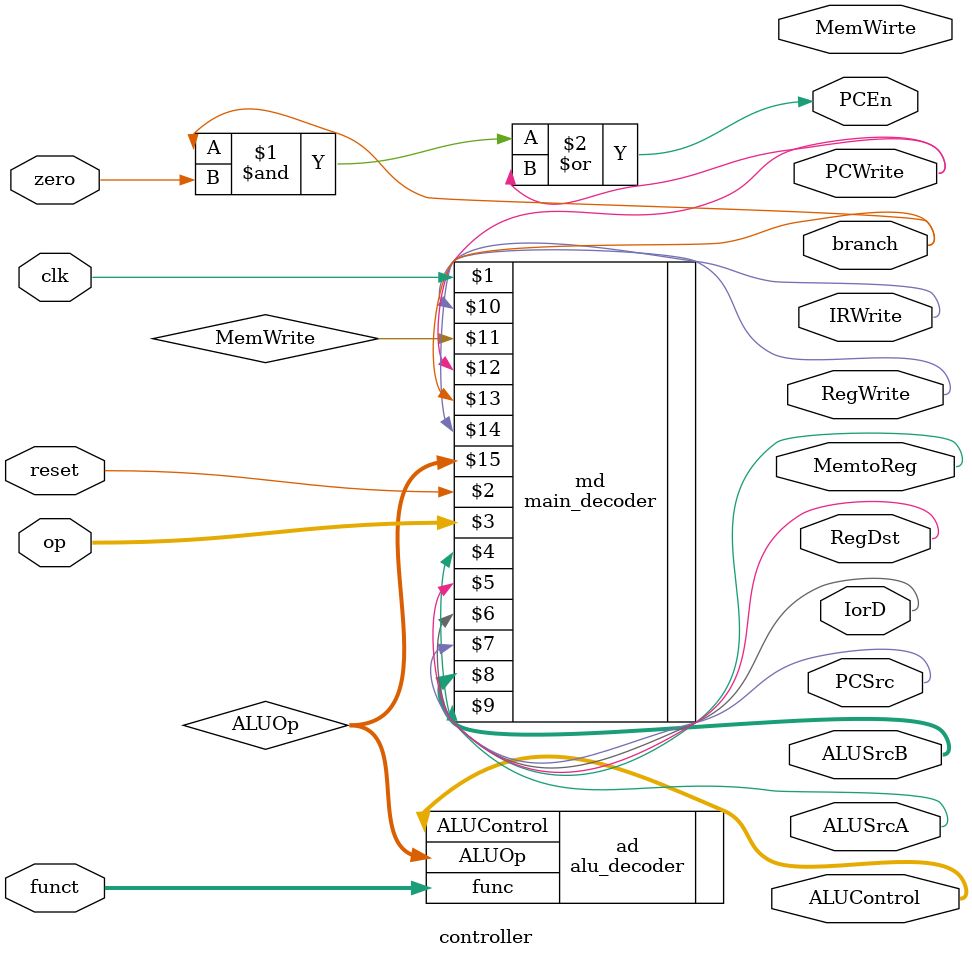
<source format=v>
module controller(input clk, reset, zero, 
                  input [5:0] op, funct, 
                  output PCEn, IorD, MemWirte, IRWrite,  PCWrite, MemtoReg, RegDst, branch, PCSrc, ALUSrcA, RegWrite,
                  output [2:0] ALUControl, 
                  output [1:0] ALUSrcB
                );
            
        wire [1:0] ALUOp;

    main_decoder md(clk, reset, op, MemtoReg, RegDst, IorD, PCSrc, ALUSrcB, ALUSrcA, IRWrite, MemWrite, PCWrite, branch, RegWrite, ALUOp);
    alu_decoder ad(.func(funct), .ALUOp(ALUOp), .ALUControl(ALUControl));

    // assign PCSrc = branch & zero;       // take calculated branch if the instruction is branch instruction and comparison result is zero
    assign PCEn = (branch & zero) | PCWrite;
endmodule
</source>
